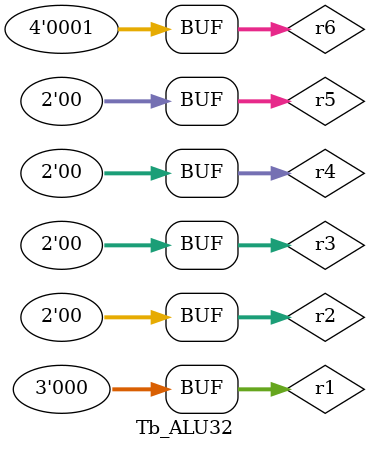
<source format=v>

`timescale 1ns / 1ps




module Tb_ALU32;

reg [2:0] r1;
reg [3:0] r6;
reg [1:0] r2, r3, r4, r5;
wire carry;
wire [31:0] out;

    MaingerALU m_alu (r1, r6, r2, r3, r4, r5, carry, out);
    initial begin
        r1 = 3'b000; r2 = 2'b00; r3 = 2'b00; r4 = 2'b00; r5 = 2'b00; r6 = 4'b0001; #100;
        

    end

endmodule

</source>
